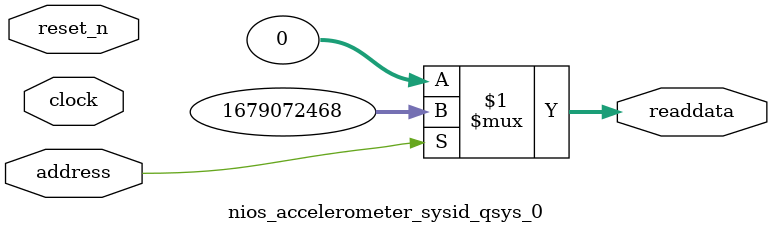
<source format=v>



// synthesis translate_off
`timescale 1ns / 1ps
// synthesis translate_on

// turn off superfluous verilog processor warnings 
// altera message_level Level1 
// altera message_off 10034 10035 10036 10037 10230 10240 10030 

module nios_accelerometer_sysid_qsys_0 (
               // inputs:
                address,
                clock,
                reset_n,

               // outputs:
                readdata
             )
;

  output  [ 31: 0] readdata;
  input            address;
  input            clock;
  input            reset_n;

  wire    [ 31: 0] readdata;
  //control_slave, which is an e_avalon_slave
  assign readdata = address ? 1679072468 : 0;

endmodule



</source>
